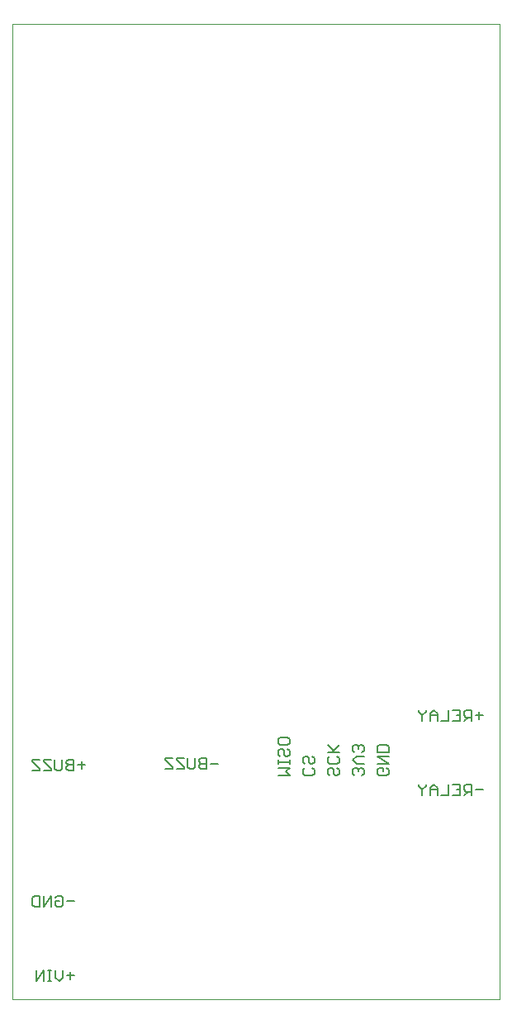
<source format=gbo>
G75*
%MOIN*%
%OFA0B0*%
%FSLAX25Y25*%
%IPPOS*%
%LPD*%
%AMOC8*
5,1,8,0,0,1.08239X$1,22.5*
%
%ADD10C,0.00000*%
%ADD11C,0.00500*%
D10*
X0052595Y0023933D02*
X0052595Y0417634D01*
X0249446Y0417634D01*
X0249446Y0023933D01*
X0052595Y0023933D01*
D11*
X0062365Y0031383D02*
X0062365Y0035887D01*
X0065368Y0035887D02*
X0062365Y0031383D01*
X0065368Y0031383D02*
X0065368Y0035887D01*
X0066936Y0035887D02*
X0068437Y0035887D01*
X0067687Y0035887D02*
X0067687Y0031383D01*
X0068437Y0031383D02*
X0066936Y0031383D01*
X0070039Y0032884D02*
X0070039Y0035887D01*
X0073041Y0035887D02*
X0073041Y0032884D01*
X0071540Y0031383D01*
X0070039Y0032884D01*
X0074643Y0033635D02*
X0077645Y0033635D01*
X0076144Y0035136D02*
X0076144Y0032134D01*
X0072291Y0061383D02*
X0070789Y0061383D01*
X0070039Y0062134D01*
X0070039Y0063635D01*
X0071540Y0063635D01*
X0073041Y0065136D02*
X0073041Y0062134D01*
X0072291Y0061383D01*
X0074643Y0063635D02*
X0077645Y0063635D01*
X0073041Y0065136D02*
X0072291Y0065887D01*
X0070789Y0065887D01*
X0070039Y0065136D01*
X0068437Y0065887D02*
X0068437Y0061383D01*
X0065435Y0061383D02*
X0065435Y0065887D01*
X0063833Y0065887D02*
X0061581Y0065887D01*
X0060831Y0065136D01*
X0060831Y0062134D01*
X0061581Y0061383D01*
X0063833Y0061383D01*
X0063833Y0065887D01*
X0068437Y0065887D02*
X0065435Y0061383D01*
X0065231Y0116383D02*
X0068233Y0116383D01*
X0068233Y0117134D01*
X0065231Y0120136D01*
X0065231Y0120887D01*
X0068233Y0120887D01*
X0069835Y0120887D02*
X0069835Y0117134D01*
X0070585Y0116383D01*
X0072087Y0116383D01*
X0072837Y0117134D01*
X0072837Y0120887D01*
X0074439Y0120136D02*
X0074439Y0119386D01*
X0075189Y0118635D01*
X0077441Y0118635D01*
X0079043Y0118635D02*
X0082045Y0118635D01*
X0080544Y0120136D02*
X0080544Y0117134D01*
X0077441Y0116383D02*
X0077441Y0120887D01*
X0075189Y0120887D01*
X0074439Y0120136D01*
X0075189Y0118635D02*
X0074439Y0117884D01*
X0074439Y0117134D01*
X0075189Y0116383D01*
X0077441Y0116383D01*
X0063629Y0116383D02*
X0060627Y0116383D01*
X0063629Y0116383D02*
X0063629Y0117134D01*
X0060627Y0120136D01*
X0060627Y0120887D01*
X0063629Y0120887D01*
X0114247Y0120736D02*
X0117249Y0117734D01*
X0117249Y0116983D01*
X0114247Y0116983D01*
X0114247Y0120736D02*
X0114247Y0121487D01*
X0117249Y0121487D01*
X0118850Y0121487D02*
X0118850Y0120736D01*
X0121853Y0117734D01*
X0121853Y0116983D01*
X0118850Y0116983D01*
X0118850Y0121487D02*
X0121853Y0121487D01*
X0123454Y0121487D02*
X0123454Y0117734D01*
X0124205Y0116983D01*
X0125706Y0116983D01*
X0126457Y0117734D01*
X0126457Y0121487D01*
X0128058Y0120736D02*
X0128058Y0119986D01*
X0128809Y0119235D01*
X0131061Y0119235D01*
X0132662Y0119235D02*
X0135665Y0119235D01*
X0131061Y0116983D02*
X0128809Y0116983D01*
X0128058Y0117734D01*
X0128058Y0118484D01*
X0128809Y0119235D01*
X0128058Y0120736D02*
X0128809Y0121487D01*
X0131061Y0121487D01*
X0131061Y0116983D01*
X0160045Y0117486D02*
X0164549Y0117486D01*
X0163048Y0115984D01*
X0164549Y0114483D01*
X0160045Y0114483D01*
X0160045Y0119087D02*
X0160045Y0120588D01*
X0160045Y0119838D02*
X0164549Y0119838D01*
X0164549Y0120588D02*
X0164549Y0119087D01*
X0163798Y0122156D02*
X0163048Y0122156D01*
X0162297Y0122907D01*
X0162297Y0124408D01*
X0161546Y0125159D01*
X0160796Y0125159D01*
X0160045Y0124408D01*
X0160045Y0122907D01*
X0160796Y0122156D01*
X0163798Y0122156D02*
X0164549Y0122907D01*
X0164549Y0124408D01*
X0163798Y0125159D01*
X0163798Y0126760D02*
X0160796Y0126760D01*
X0160045Y0127511D01*
X0160045Y0129012D01*
X0160796Y0129763D01*
X0163798Y0129763D01*
X0164549Y0129012D01*
X0164549Y0127511D01*
X0163798Y0126760D01*
X0170045Y0121339D02*
X0170045Y0119838D01*
X0170796Y0119087D01*
X0170796Y0117486D02*
X0170045Y0116735D01*
X0170045Y0115234D01*
X0170796Y0114483D01*
X0173798Y0114483D01*
X0174549Y0115234D01*
X0174549Y0116735D01*
X0173798Y0117486D01*
X0173798Y0119087D02*
X0173048Y0119087D01*
X0172297Y0119838D01*
X0172297Y0121339D01*
X0171546Y0122090D01*
X0170796Y0122090D01*
X0170045Y0121339D01*
X0173798Y0122090D02*
X0174549Y0121339D01*
X0174549Y0119838D01*
X0173798Y0119087D01*
X0180045Y0119838D02*
X0180045Y0121339D01*
X0180796Y0122090D01*
X0181546Y0123691D02*
X0184549Y0126693D01*
X0184549Y0123691D02*
X0180045Y0123691D01*
X0182297Y0124442D02*
X0180045Y0126693D01*
X0183798Y0122090D02*
X0184549Y0121339D01*
X0184549Y0119838D01*
X0183798Y0119087D01*
X0180796Y0119087D01*
X0180045Y0119838D01*
X0180796Y0117486D02*
X0180045Y0116735D01*
X0180045Y0115234D01*
X0180796Y0114483D01*
X0182297Y0115234D02*
X0182297Y0116735D01*
X0181546Y0117486D01*
X0180796Y0117486D01*
X0182297Y0115234D02*
X0183048Y0114483D01*
X0183798Y0114483D01*
X0184549Y0115234D01*
X0184549Y0116735D01*
X0183798Y0117486D01*
X0190045Y0116735D02*
X0190045Y0115234D01*
X0190796Y0114483D01*
X0192297Y0115984D02*
X0192297Y0116735D01*
X0191546Y0117486D01*
X0190796Y0117486D01*
X0190045Y0116735D01*
X0192297Y0116735D02*
X0193048Y0117486D01*
X0193798Y0117486D01*
X0194549Y0116735D01*
X0194549Y0115234D01*
X0193798Y0114483D01*
X0194549Y0119087D02*
X0191546Y0119087D01*
X0190045Y0120588D01*
X0191546Y0122090D01*
X0194549Y0122090D01*
X0193798Y0123691D02*
X0194549Y0124442D01*
X0194549Y0125943D01*
X0193798Y0126693D01*
X0193048Y0126693D01*
X0192297Y0125943D01*
X0191546Y0126693D01*
X0190796Y0126693D01*
X0190045Y0125943D01*
X0190045Y0124442D01*
X0190796Y0123691D01*
X0192297Y0125192D02*
X0192297Y0125943D01*
X0200045Y0125943D02*
X0200045Y0123691D01*
X0204549Y0123691D01*
X0204549Y0125943D01*
X0203798Y0126693D01*
X0200796Y0126693D01*
X0200045Y0125943D01*
X0200045Y0122090D02*
X0204549Y0122090D01*
X0204549Y0119087D02*
X0200045Y0119087D01*
X0200796Y0117486D02*
X0202297Y0117486D01*
X0202297Y0115984D01*
X0200796Y0114483D02*
X0200045Y0115234D01*
X0200045Y0116735D01*
X0200796Y0117486D01*
X0203798Y0117486D02*
X0204549Y0116735D01*
X0204549Y0115234D01*
X0203798Y0114483D01*
X0200796Y0114483D01*
X0204549Y0119087D02*
X0200045Y0122090D01*
X0216623Y0110887D02*
X0216623Y0110136D01*
X0218124Y0108635D01*
X0218124Y0106383D01*
X0218124Y0108635D02*
X0219626Y0110136D01*
X0219626Y0110887D01*
X0221227Y0109386D02*
X0221227Y0106383D01*
X0221227Y0108635D02*
X0224229Y0108635D01*
X0224229Y0109386D02*
X0222728Y0110887D01*
X0221227Y0109386D01*
X0224229Y0109386D02*
X0224229Y0106383D01*
X0225831Y0106383D02*
X0228833Y0106383D01*
X0228833Y0110887D01*
X0230435Y0110887D02*
X0233437Y0110887D01*
X0233437Y0106383D01*
X0230435Y0106383D01*
X0231936Y0108635D02*
X0233437Y0108635D01*
X0235039Y0108635D02*
X0235789Y0107884D01*
X0238041Y0107884D01*
X0238041Y0106383D02*
X0238041Y0110887D01*
X0235789Y0110887D01*
X0235039Y0110136D01*
X0235039Y0108635D01*
X0236540Y0107884D02*
X0235039Y0106383D01*
X0239643Y0108635D02*
X0242645Y0108635D01*
X0238041Y0136383D02*
X0238041Y0140887D01*
X0235789Y0140887D01*
X0235039Y0140136D01*
X0235039Y0138635D01*
X0235789Y0137884D01*
X0238041Y0137884D01*
X0236540Y0137884D02*
X0235039Y0136383D01*
X0233437Y0136383D02*
X0233437Y0140887D01*
X0230435Y0140887D01*
X0228833Y0140887D02*
X0228833Y0136383D01*
X0225831Y0136383D01*
X0224229Y0136383D02*
X0224229Y0139386D01*
X0222728Y0140887D01*
X0221227Y0139386D01*
X0221227Y0136383D01*
X0221227Y0138635D02*
X0224229Y0138635D01*
X0219626Y0140136D02*
X0218124Y0138635D01*
X0218124Y0136383D01*
X0218124Y0138635D02*
X0216623Y0140136D01*
X0216623Y0140887D01*
X0219626Y0140887D02*
X0219626Y0140136D01*
X0230435Y0136383D02*
X0233437Y0136383D01*
X0233437Y0138635D02*
X0231936Y0138635D01*
X0239643Y0138635D02*
X0242645Y0138635D01*
X0241144Y0140136D02*
X0241144Y0137134D01*
M02*

</source>
